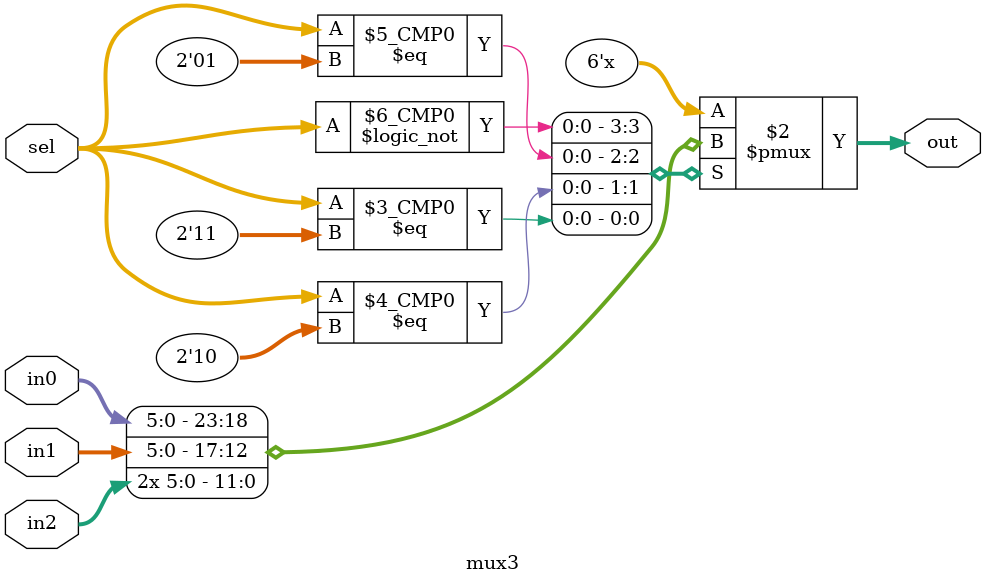
<source format=v>
/*
* Aidan Good
* mux3.v
* impliment a 3-input mux
*/

module mux3(
    input [5:0] in0,
    input [5:0] in1,
    input [5:0] in2,
    input [1:0] sel,
    output reg [5:0] out);

    always @(*) begin
        case(sel)
            2'b00: out = in0;
            2'b01: out = in1;
            2'b10: out = in2;
            2'b11: out = in2;
        endcase
    end
    
endmodule


</source>
